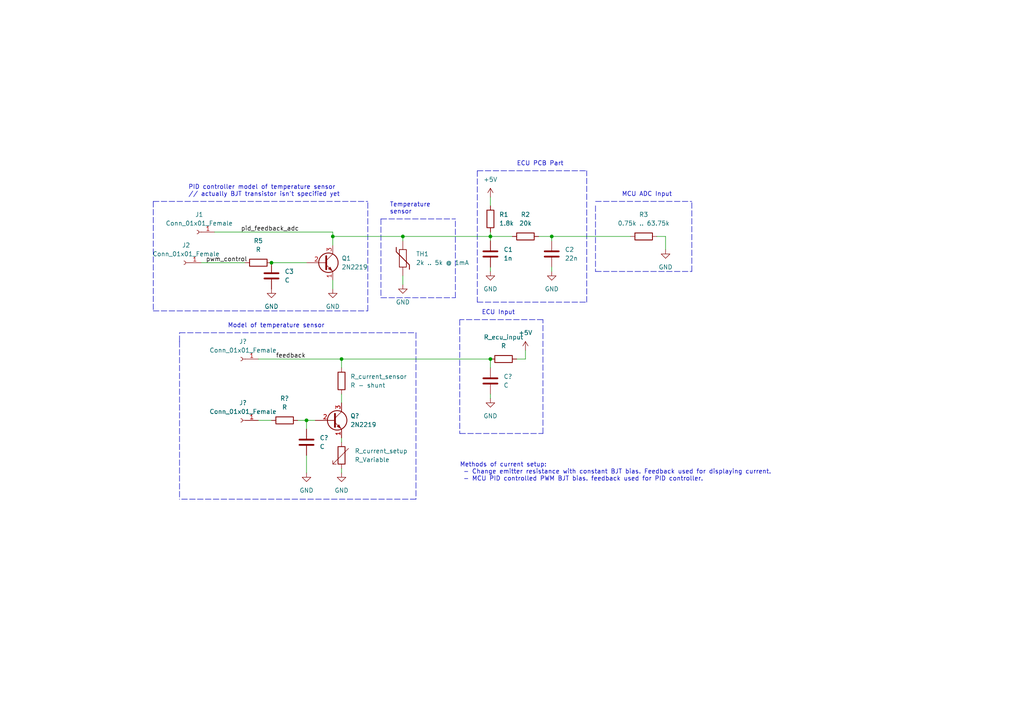
<source format=kicad_sch>
(kicad_sch (version 20211123) (generator eeschema)
  (paper "A4")
  (lib_symbols
    (symbol "Connector:Conn_01x01_Female" (pin_names (offset 1.016) hide)
      (property "Reference" "J" (at 0 2.54 0))
      (property "Value" "Conn_01x01_Female" (at 0 -2.54 0))
      (symbol "Conn_01x01_Female_1_1"
        (polyline (pts (xy -1.27 0) (xy -0.508 0)) (stroke (width 0.1524)))
        (arc (start 0 0.508) (mid -0.508 0) (end 0 -0.508) (stroke (width 0.1524)))
        (pin passive line (at -5.08 0 0) (length 3.81) (name "Pin_1") (number "1"))
      )
    )
    (symbol "Device:C" (pin_numbers hide) (pin_names (offset 0.254))
      (property "Reference" "C" (at 0.635 2.54 0))
      (property "Value" "C" (at 0.635 -2.54 0))
      (symbol "C_0_1"
        (polyline (pts (xy -2.032 -0.762) (xy 2.032 -0.762)) (stroke (width 0.508)))
        (polyline (pts (xy -2.032 0.762) (xy 2.032 0.762)) (stroke (width 0.508)))
      )
      (symbol "C_1_1"
        (pin passive line (at 0 3.81 270) (length 2.794) (name "~") (number "1"))
        (pin passive line (at 0 -3.81 90) (length 2.794) (name "~") (number "2"))
      )
    )
    (symbol "Device:R" (pin_numbers hide) (pin_names (offset 0))
      (property "Reference" "R" (at 2.032 0 90))
      (property "Value" "R" (at 0 0 90))
      (symbol "R_0_1"
        (rectangle (start -1.016 -2.54) (end 1.016 2.54) (stroke (width 0.254)))
      )
      (symbol "R_1_1"
        (pin passive line (at 0 3.81 270) (length 1.27) (name "~") (number "1"))
        (pin passive line (at 0 -3.81 90) (length 1.27) (name "~") (number "2"))
      )
    )
    (symbol "Device:R_Variable" (pin_numbers hide) (pin_names (offset 0))
      (property "Reference" "R" (at 2.54 -2.54 90))
      (property "Value" "R_Variable" (at -2.54 -1.27 90))
      (symbol "R_Variable_0_1"
        (rectangle (start -1.016 -2.54) (end 1.016 2.54) (stroke (width 0.254)))
        (polyline (pts (xy 2.54 1.524) (xy 2.54 2.54) (xy 1.524 2.54) (xy 2.54 2.54) (xy -2.032 -2.032)))
      )
      (symbol "R_Variable_1_1"
        (pin passive line (at 0 3.81 270) (length 1.27) (name "~") (number "1"))
        (pin passive line (at 0 -3.81 90) (length 1.27) (name "~") (number "2"))
      )
    )
    (symbol "Device:Thermistor" (pin_numbers hide) (pin_names (offset 0))
      (property "Reference" "TH" (at 2.54 1.27 90))
      (property "Value" "Thermistor" (at -2.54 0 90))
      (symbol "Thermistor_0_1"
        (rectangle (start -1.016 2.54) (end 1.016 -2.54) (stroke (width 0.2032)))
        (polyline (pts (xy -1.905 3.175) (xy -1.905 1.905) (xy 1.905 -1.905) (xy 1.905 -3.175) (xy 1.905 -3.175)) (stroke (width 0.254)))
      )
      (symbol "Thermistor_1_1"
        (pin passive line (at 0 5.08 270) (length 2.54) (name "~") (number "1"))
        (pin passive line (at 0 -5.08 90) (length 2.54) (name "~") (number "2"))
      )
    )
    (symbol "Transistor_BJT:2N2219" (pin_names (offset 0) hide)
      (property "Reference" "Q" (at 5.08 1.905 0))
      (property "Value" "2N2219" (at 5.08 0 0))
      (symbol "2N2219_0_1"
        (polyline (pts (xy 0.635 0.635) (xy 2.54 2.54)))
        (polyline (pts (xy 0.635 -0.635) (xy 2.54 -2.54) (xy 2.54 -2.54)))
        (polyline (pts (xy 0.635 1.905) (xy 0.635 -1.905) (xy 0.635 -1.905)) (stroke (width 0.508)))
        (polyline (pts (xy 1.27 -1.778) (xy 1.778 -1.27) (xy 2.286 -2.286) (xy 1.27 -1.778) (xy 1.27 -1.778)) (fill (type outline)))
        (circle (center 1.27 0) (radius 2.8194) (stroke (width 0.254)))
      )
      (symbol "2N2219_1_1"
        (pin passive line (at 2.54 -5.08 90) (length 2.54) (name "E") (number "1"))
        (pin passive line (at -5.08 0 0) (length 5.715) (name "B") (number "2"))
        (pin passive line (at 2.54 5.08 270) (length 2.54) (name "C") (number "3"))
      )
    )
    (symbol "power:+5V" (power) (pin_names (offset 0))
      (property "Value" "+5V" (at 0 3.556 0))
      (symbol "+5V_0_1"
        (polyline (pts (xy -0.762 1.27) (xy 0 2.54)))
        (polyline (pts (xy 0 0) (xy 0 2.54)))
        (polyline (pts (xy 0 2.54) (xy 0.762 1.27)))
      )
      (symbol "+5V_1_1"
        (pin power_in line (at 0 0 90) (length 0) hide (name "+5V") (number "1"))
      )
    )
    (symbol "power:GND" (power) (pin_names (offset 0))
      (property "Value" "GND" (at 0 -3.81 0))
      (symbol "GND_0_1"
        (polyline (pts (xy 0 0) (xy 0 -1.27) (xy 1.27 -1.27) (xy 0 -2.54) (xy -1.27 -1.27) (xy 0 -1.27)))
      )
      (symbol "GND_1_1"
        (pin power_in line (at 0 0 270) (length 0) hide (name "GND") (number "1"))
      )
    )
  )
  (junction (at 78.74 76.2))
  (junction (at 88.9 121.92))
  (junction (at 116.84 68.58))
  (junction (at 160.02 68.58))
  (junction (at 99.06 104.14))
  (junction (at 96.52 68.58))
  (junction (at 142.24 68.58))
  (junction (at 142.24 104.14))
  (polyline (pts (xy 120.65 96.52) (xy 120.65 144.78)))
  (polyline (pts (xy 172.72 78.74) (xy 200.66 78.74)))
  (wire (pts (xy 160.02 68.58) (xy 182.88 68.58)))
  (polyline (pts (xy 138.43 87.63) (xy 170.18 87.63)))
  (wire (pts (xy 99.06 135.89) (xy 99.06 137.16)))
  (wire (pts (xy 88.9 121.92) (xy 91.44 121.92)))
  (wire (pts (xy 74.93 121.92) (xy 78.74 121.92)))
  (polyline (pts (xy 172.72 58.42) (xy 200.66 58.42)))
  (wire (pts (xy 78.74 76.2) (xy 88.9 76.2)))
  (wire (pts (xy 142.24 104.14) (xy 142.24 106.68)))
  (wire (pts (xy 96.52 68.58) (xy 96.52 71.12)))
  (polyline (pts (xy 172.72 59.69) (xy 172.72 78.74)))
  (polyline (pts (xy 52.07 96.52) (xy 120.65 96.52)))
  (wire (pts (xy 99.06 114.3) (xy 99.06 116.84)))
  (wire (pts (xy 142.24 67.31) (xy 142.24 68.58)))
  (wire (pts (xy 99.06 127) (xy 99.06 128.27)))
  (wire (pts (xy 96.52 81.28) (xy 96.52 83.82)))
  (polyline (pts (xy 138.43 49.53) (xy 170.18 49.53)))
  (polyline (pts (xy 138.43 49.53) (xy 138.43 87.63)))
  (polyline (pts (xy 52.07 99.06) (xy 52.07 144.78)))
  (polyline (pts (xy 133.35 95.25) (xy 133.35 125.73)))
  (polyline (pts (xy 132.08 86.36) (xy 132.08 63.5)))
  (wire (pts (xy 86.36 121.92) (xy 88.9 121.92)))
  (wire (pts (xy 142.24 57.15) (xy 142.24 59.69)))
  (wire (pts (xy 99.06 104.14) (xy 99.06 106.68)))
  (wire (pts (xy 116.84 69.85) (xy 116.84 68.58)))
  (wire (pts (xy 116.84 80.01) (xy 116.84 82.55)))
  (wire (pts (xy 99.06 104.14) (xy 142.24 104.14)))
  (wire (pts (xy 142.24 68.58) (xy 142.24 69.85)))
  (wire (pts (xy 190.5 68.58) (xy 193.04 68.58)))
  (polyline (pts (xy 200.66 78.74) (xy 200.66 58.42)))
  (wire (pts (xy 160.02 68.58) (xy 156.21 68.58)))
  (polyline (pts (xy 44.45 58.42) (xy 106.68 58.42)))
  (wire (pts (xy 88.9 132.08) (xy 88.9 137.16)))
  (polyline (pts (xy 44.45 90.17) (xy 106.68 90.17)))
  (wire (pts (xy 142.24 77.47) (xy 142.24 78.74)))
  (wire (pts (xy 160.02 77.47) (xy 160.02 78.74)))
  (polyline (pts (xy 44.45 58.42) (xy 44.45 90.17)))
  (polyline (pts (xy 120.65 144.78) (xy 52.07 144.78)))
  (wire (pts (xy 142.24 114.3) (xy 142.24 115.57)))
  (wire (pts (xy 58.42 76.2) (xy 71.12 76.2)))
  (wire (pts (xy 116.84 68.58) (xy 96.52 68.58)))
  (wire (pts (xy 142.24 68.58) (xy 148.59 68.58)))
  (wire (pts (xy 62.23 67.31) (xy 96.52 67.31)))
  (polyline (pts (xy 52.07 99.06) (xy 52.07 96.52)))
  (wire (pts (xy 193.04 68.58) (xy 193.04 72.39)))
  (polyline (pts (xy 133.35 125.73) (xy 157.48 125.73)))
  (wire (pts (xy 88.9 121.92) (xy 88.9 124.46)))
  (polyline (pts (xy 110.49 63.5) (xy 110.49 86.36)))
  (wire (pts (xy 116.84 68.58) (xy 142.24 68.58)))
  (polyline (pts (xy 106.68 90.17) (xy 106.68 58.42)))
  (wire (pts (xy 96.52 67.31) (xy 96.52 68.58)))
  (wire (pts (xy 152.4 104.14) (xy 149.86 104.14)))
  (wire (pts (xy 160.02 69.85) (xy 160.02 68.58)))
  (polyline (pts (xy 170.18 87.63) (xy 170.18 49.53)))
  (polyline (pts (xy 110.49 86.36) (xy 132.08 86.36)))
  (wire (pts (xy 74.93 104.14) (xy 99.06 104.14)))
  (polyline (pts (xy 110.49 63.5) (xy 132.08 63.5)))
  (polyline (pts (xy 133.35 92.71) (xy 133.35 95.25)))
  (polyline (pts (xy 157.48 92.71) (xy 133.35 92.71)))
  (wire (pts (xy 152.4 101.6) (xy 152.4 104.14)))
  (polyline (pts (xy 157.48 125.73) (xy 157.48 92.71)))
  (text "ECU PCB Part" (at 149.86 48.26 0) (effects (font (size 1.27 1.27)) (justify left bottom)))
  (text "PID controller model of temperature sensor\n// actually BJT transistor isn't specified yet" (at 54.61 57.15 0) (effects (font (size 1.27 1.27)) (justify left bottom)))
  (text "Methods of current setup:\n - Change emitter resistance with constant BJT bias. Feedback used for displaying current.\n - MCU PID controlled PWM BJT bias. feedback used for PID controller." (at 133.35 139.7 0) (effects (font (size 1.27 1.27)) (justify left bottom)))
  (text "ECU Input" (at 139.7 91.44 0) (effects (font (size 1.27 1.27)) (justify left bottom)))
  (text "MCU ADC Input" (at 180.34 57.15 0) (effects (font (size 1.27 1.27)) (justify left bottom)))
  (text "Temperature\nsensor" (at 113.03 62.23 0) (effects (font (size 1.27 1.27)) (justify left bottom)))
  (text "Model of temperature sensor" (at 66.04 95.25 0) (effects (font (size 1.27 1.27)) (justify left bottom)))
  (label "feedback" (at 80.01 104.14 0))
  (label "pwm_control" (at 59.69 76.2 0))
  (label "pid_feedback_adc" (at 69.85 67.31 0))
  (symbol (lib_id "Connector:Conn_01x01_Female") (at 69.85 121.92 180) (unit 1)
    (property "Reference" "J?" (at 70.485 116.84 0))
    (property "Value" "Conn_01x01_Female" (at 70.485 119.38 0))
  )
  (symbol (lib_id "Device:R") (at 186.69 68.58 90) (unit 1)
    (property "Reference" "R3" (at 186.69 62.23 90))
    (property "Value" "0.75k .. 63.75k" (at 186.69 64.77 90))
  )
  (symbol (lib_id "Device:C") (at 78.74 80.01 0) (unit 1)
    (property "Reference" "C3" (at 82.55 78.7399 0) (effects (justify left)))
    (property "Value" "C" (at 82.55 81.2799 0) (effects (justify left)))
  )
  (symbol (lib_id "power:GND") (at 142.24 78.74 0) (unit 1)
    (property "Reference" "#PWR04" (effects hide))
    (property "Value" "GND" (at 142.24 83.82 0))
  )
  (symbol (lib_id "power:+5V") (at 142.24 57.15 0) (unit 1)
    (property "Reference" "#PWR01" (effects hide))
    (property "Value" "+5V" (at 142.24 52.07 0))
  )
  (symbol (lib_id "Device:C") (at 142.24 110.49 0) (unit 1)
    (property "Reference" "C?" (at 146.05 109.2199 0) (effects (justify left)))
    (property "Value" "C" (at 146.05 111.7599 0) (effects (justify left)))
  )
  (symbol (lib_id "Device:C") (at 88.9 128.27 0) (unit 1)
    (property "Reference" "C?" (at 92.71 126.9999 0) (effects (justify left)))
    (property "Value" "C" (at 92.71 129.5399 0) (effects (justify left)))
  )
  (symbol (lib_id "Transistor_BJT:2N2219") (at 93.98 76.2 0) (unit 1)
    (property "Reference" "Q1" (at 99.06 74.9299 0) (effects (justify left)))
    (property "Value" "2N2219" (at 99.06 77.4699 0) (effects (justify left)))
    (property "Footprint" "Package_TO_SOT_THT:TO-39-3" (effects hide))
    (property "Datasheet" "http://www.onsemi.com/pub_link/Collateral/2N2219-D.PDF" (effects hide))
  )
  (symbol (lib_id "power:GND") (at 193.04 72.39 0) (unit 1)
    (property "Reference" "#PWR02" (effects hide))
    (property "Value" "GND" (at 193.04 77.47 0))
  )
  (symbol (lib_id "Device:R_Variable") (at 99.06 132.08 180) (unit 1)
    (property "Reference" "R_current_setup" (at 102.87 130.8099 0) (effects (justify right)))
    (property "Value" "R_Variable" (at 102.87 133.3499 0) (effects (justify right)))
  )
  (symbol (lib_id "Connector:Conn_01x01_Female") (at 57.15 67.31 180) (unit 1)
    (property "Reference" "J1" (at 57.785 62.23 0))
    (property "Value" "Conn_01x01_Female" (at 57.785 64.77 0))
  )
  (symbol (lib_id "power:GND") (at 116.84 82.55 0) (unit 1)
    (property "Reference" "#PWR03" (effects hide))
    (property "Value" "GND" (at 116.84 87.63 0))
  )
  (symbol (lib_id "Connector:Conn_01x01_Female") (at 69.85 104.14 180) (unit 1)
    (property "Reference" "J?" (at 70.485 99.06 0))
    (property "Value" "Conn_01x01_Female" (at 70.485 101.6 0))
  )
  (symbol (lib_id "Device:R") (at 146.05 104.14 90) (unit 1)
    (property "Reference" "R_ecu_input" (at 146.05 97.79 90))
    (property "Value" "R" (at 146.05 100.33 90))
  )
  (symbol (lib_id "power:GND") (at 78.74 83.82 0) (unit 1)
    (property "Reference" "#PWR06" (effects hide))
    (property "Value" "GND" (at 78.74 88.9 0))
  )
  (symbol (lib_id "power:GND") (at 142.24 115.57 0) (unit 1)
    (property "Reference" "#PWR?" (effects hide))
    (property "Value" "GND" (at 142.24 120.65 0))
  )
  (symbol (lib_id "Device:R") (at 152.4 68.58 90) (unit 1)
    (property "Reference" "R2" (at 152.4 62.23 90))
    (property "Value" "20k" (at 152.4 64.77 90))
  )
  (symbol (lib_id "power:+5V") (at 152.4 101.6 0) (unit 1)
    (property "Reference" "#PWR?" (effects hide))
    (property "Value" "+5V" (at 152.4 96.52 0))
  )
  (symbol (lib_id "Device:R") (at 99.06 110.49 180) (unit 1)
    (property "Reference" "R_current_sensor" (at 101.6 109.2199 0) (effects (justify right)))
    (property "Value" "R - shunt" (at 101.6 111.7599 0) (effects (justify right)))
  )
  (symbol (lib_id "Transistor_BJT:2N2219") (at 96.52 121.92 0) (unit 1)
    (property "Reference" "Q?" (at 101.6 120.6499 0) (effects (justify left)))
    (property "Value" "2N2219" (at 101.6 123.1899 0) (effects (justify left)))
    (property "Footprint" "Package_TO_SOT_THT:TO-39-3" (effects hide))
    (property "Datasheet" "http://www.onsemi.com/pub_link/Collateral/2N2219-D.PDF" (effects hide))
  )
  (symbol (lib_id "Connector:Conn_01x01_Female") (at 53.34 76.2 180) (unit 1)
    (property "Reference" "J2" (at 53.975 71.12 0))
    (property "Value" "Conn_01x01_Female" (at 53.975 73.66 0))
  )
  (symbol (lib_id "Device:R") (at 82.55 121.92 90) (unit 1)
    (property "Reference" "R?" (at 82.55 115.57 90))
    (property "Value" "R" (at 82.55 118.11 90))
  )
  (symbol (lib_id "Device:R") (at 74.93 76.2 90) (unit 1)
    (property "Reference" "R5" (at 74.93 69.85 90))
    (property "Value" "R" (at 74.93 72.39 90))
  )
  (symbol (lib_id "power:GND") (at 160.02 78.74 0) (unit 1)
    (property "Reference" "#PWR05" (effects hide))
    (property "Value" "GND" (at 160.02 83.82 0))
  )
  (symbol (lib_id "Device:C") (at 160.02 73.66 0) (unit 1)
    (property "Reference" "C2" (at 163.83 72.3899 0) (effects (justify left)))
    (property "Value" "22n" (at 163.83 74.9299 0) (effects (justify left)))
  )
  (symbol (lib_id "power:GND") (at 88.9 137.16 0) (unit 1)
    (property "Reference" "#PWR?" (effects hide))
    (property "Value" "GND" (at 88.9 142.24 0))
  )
  (symbol (lib_id "power:GND") (at 96.52 83.82 0) (unit 1)
    (property "Reference" "#PWR07" (effects hide))
    (property "Value" "GND" (at 96.52 88.9 0))
  )
  (symbol (lib_id "Device:Thermistor") (at 116.84 74.93 0) (unit 1)
    (property "Reference" "TH1" (at 120.65 73.6599 0) (effects (justify left)))
    (property "Value" "2k .. 5k @ 1mA" (at 120.65 76.1999 0) (effects (justify left)))
  )
  (symbol (lib_id "Device:R") (at 142.24 63.5 0) (unit 1)
    (property "Reference" "R1" (at 144.78 62.2299 0) (effects (justify left)))
    (property "Value" "1.8k" (at 144.78 64.7699 0) (effects (justify left)))
  )
  (symbol (lib_id "power:GND") (at 99.06 137.16 0) (unit 1)
    (property "Reference" "#PWR?" (effects hide))
    (property "Value" "GND" (at 99.06 142.24 0))
  )
  (symbol (lib_id "Device:C") (at 142.24 73.66 0) (unit 1)
    (property "Reference" "C1" (at 146.05 72.3899 0) (effects (justify left)))
    (property "Value" "1n" (at 146.05 74.9299 0) (effects (justify left)))
  )
)
</source>
